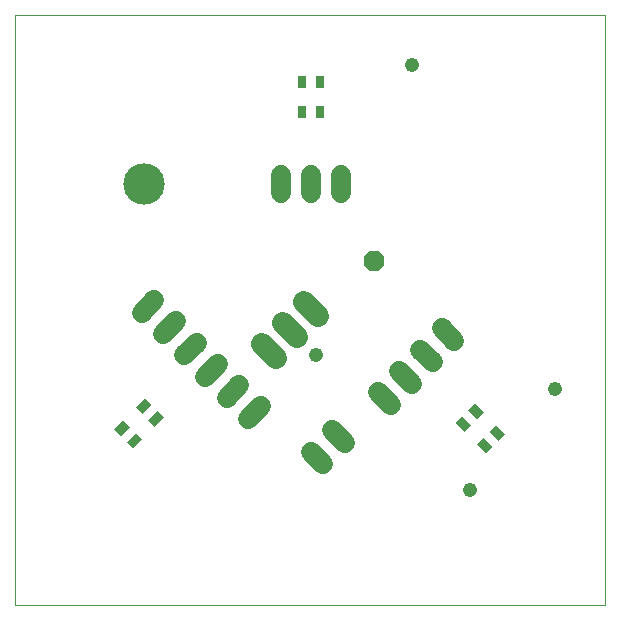
<source format=gbs>
G75*
%MOIN*%
%OFA0B0*%
%FSLAX24Y24*%
%IPPOS*%
%LPD*%
%AMOC8*
5,1,8,0,0,1.08239X$1,22.5*
%
%ADD10C,0.0000*%
%ADD11C,0.0680*%
%ADD12OC8,0.0680*%
%ADD13C,0.0740*%
%ADD14C,0.1380*%
%ADD15R,0.0315X0.0433*%
%ADD16C,0.0476*%
D10*
X000100Y000100D02*
X000100Y019785D01*
X019785Y019785D01*
X019785Y000100D01*
X000100Y000100D01*
X003751Y014156D02*
X003753Y014206D01*
X003759Y014256D01*
X003769Y014306D01*
X003782Y014354D01*
X003799Y014402D01*
X003820Y014448D01*
X003844Y014492D01*
X003872Y014534D01*
X003903Y014574D01*
X003937Y014611D01*
X003974Y014646D01*
X004013Y014677D01*
X004054Y014706D01*
X004098Y014731D01*
X004144Y014753D01*
X004191Y014771D01*
X004239Y014785D01*
X004288Y014796D01*
X004338Y014803D01*
X004388Y014806D01*
X004439Y014805D01*
X004489Y014800D01*
X004539Y014791D01*
X004587Y014779D01*
X004635Y014762D01*
X004681Y014742D01*
X004726Y014719D01*
X004769Y014692D01*
X004809Y014662D01*
X004847Y014629D01*
X004882Y014593D01*
X004915Y014554D01*
X004944Y014513D01*
X004970Y014470D01*
X004993Y014425D01*
X005012Y014378D01*
X005027Y014330D01*
X005039Y014281D01*
X005047Y014231D01*
X005051Y014181D01*
X005051Y014131D01*
X005047Y014081D01*
X005039Y014031D01*
X005027Y013982D01*
X005012Y013934D01*
X004993Y013887D01*
X004970Y013842D01*
X004944Y013799D01*
X004915Y013758D01*
X004882Y013719D01*
X004847Y013683D01*
X004809Y013650D01*
X004769Y013620D01*
X004726Y013593D01*
X004681Y013570D01*
X004635Y013550D01*
X004587Y013533D01*
X004539Y013521D01*
X004489Y013512D01*
X004439Y013507D01*
X004388Y013506D01*
X004338Y013509D01*
X004288Y013516D01*
X004239Y013527D01*
X004191Y013541D01*
X004144Y013559D01*
X004098Y013581D01*
X004054Y013606D01*
X004013Y013635D01*
X003974Y013666D01*
X003937Y013701D01*
X003903Y013738D01*
X003872Y013778D01*
X003844Y013820D01*
X003820Y013864D01*
X003799Y013910D01*
X003782Y013958D01*
X003769Y014006D01*
X003759Y014056D01*
X003753Y014106D01*
X003751Y014156D01*
D11*
X004756Y010265D02*
X004332Y009841D01*
X005039Y009133D02*
X005463Y009558D01*
X006170Y008851D02*
X005746Y008426D01*
X006453Y007719D02*
X006878Y008143D01*
X007585Y007436D02*
X007160Y007012D01*
X007868Y006305D02*
X008292Y006729D01*
X009966Y005223D02*
X010390Y004799D01*
X011098Y005506D02*
X010673Y005931D01*
X012209Y007206D02*
X012633Y006782D01*
X013340Y007489D02*
X012916Y007913D01*
X013623Y008621D02*
X014048Y008196D01*
X014755Y008903D02*
X014330Y009328D01*
X010962Y013855D02*
X010962Y014455D01*
X009962Y014455D02*
X009962Y013855D01*
X008962Y013855D02*
X008962Y014455D01*
D12*
X012072Y011585D03*
D13*
X010220Y009751D02*
X009753Y010218D01*
X009046Y009510D02*
X009513Y009044D01*
X008806Y008337D02*
X008339Y008803D01*
D14*
X004401Y014156D03*
D15*
X009687Y016533D03*
X010277Y016533D03*
X010277Y017557D03*
X009687Y017557D03*
G36*
X004436Y006999D02*
X004658Y006777D01*
X004354Y006473D01*
X004132Y006695D01*
X004436Y006999D01*
G37*
G36*
X004854Y006581D02*
X005076Y006359D01*
X004772Y006055D01*
X004550Y006277D01*
X004854Y006581D01*
G37*
G36*
X004130Y005857D02*
X004352Y005635D01*
X004048Y005331D01*
X003826Y005553D01*
X004130Y005857D01*
G37*
G36*
X003712Y006275D02*
X003934Y006053D01*
X003630Y005749D01*
X003408Y005971D01*
X003712Y006275D01*
G37*
G36*
X014788Y006189D02*
X015010Y006411D01*
X015314Y006107D01*
X015092Y005885D01*
X014788Y006189D01*
G37*
G36*
X015206Y006607D02*
X015428Y006829D01*
X015732Y006525D01*
X015510Y006303D01*
X015206Y006607D01*
G37*
G36*
X015930Y005883D02*
X016152Y006105D01*
X016456Y005801D01*
X016234Y005579D01*
X015930Y005883D01*
G37*
G36*
X015512Y005465D02*
X015734Y005687D01*
X016038Y005383D01*
X015816Y005161D01*
X015512Y005465D01*
G37*
D16*
X015262Y003925D03*
X018102Y007305D03*
X010142Y008455D03*
X013342Y018115D03*
M02*

</source>
